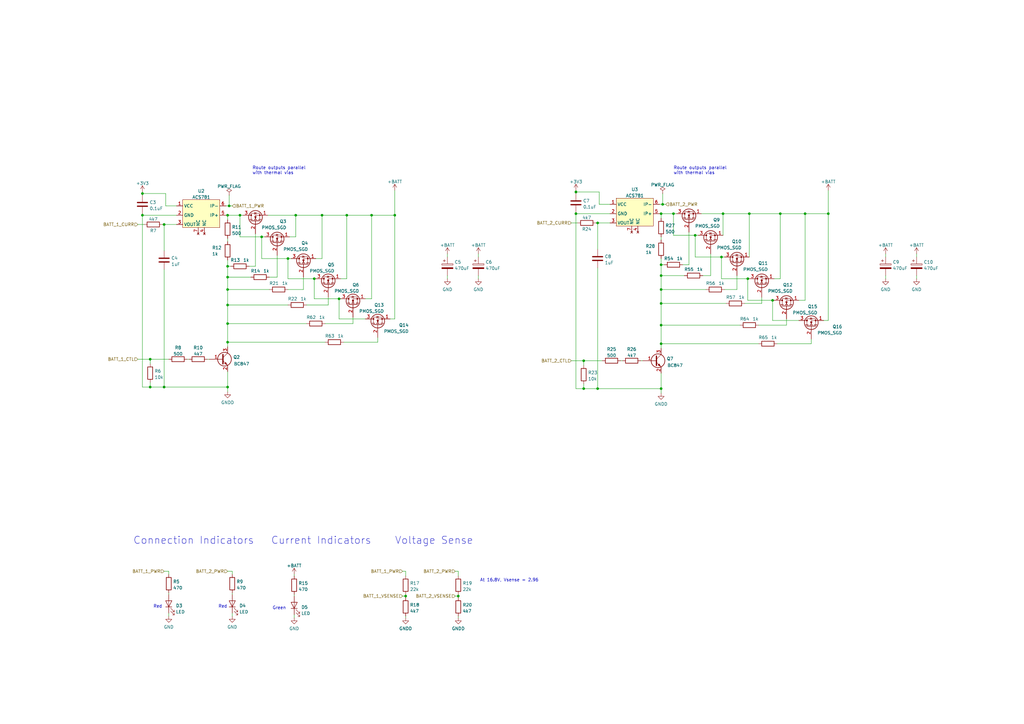
<source format=kicad_sch>
(kicad_sch (version 20211123) (generator eeschema)
  (paper "A3")
  (lib_symbols
    (symbol "0.power-symbols:+3.3V" (power) (pin_names (offset 0))
      (property "Value" "+3.3V" (at 0 3.556 0))
      (symbol "+3.3V_0_1"
        (polyline (pts (xy -0.762 1.27) (xy 0 2.54)))
        (polyline (pts (xy 0 0) (xy 0 2.54)))
        (polyline (pts (xy 0 2.54) (xy 0.762 1.27)))
      )
      (symbol "+3.3V_1_1"
        (pin power_in line (at 0 0 90) (length 0) hide (name "+3V3") (number "1"))
      )
    )
    (symbol "0.power-symbols:+BATT" (power) (pin_names (offset 0))
      (property "Value" "+BATT" (at 0 3.556 0))
      (symbol "+BATT_0_1"
        (polyline (pts (xy -0.762 1.27) (xy 0 2.54)))
        (polyline (pts (xy 0 0) (xy 0 2.54)))
        (polyline (pts (xy 0 2.54) (xy 0.762 1.27)))
      )
      (symbol "+BATT_1_1"
        (pin power_in line (at 0 0 90) (length 0) hide (name "+BATT") (number "1"))
      )
    )
    (symbol "0.power-symbols:GND" (power) (pin_names (offset 0))
      (property "Value" "GND" (at 0 -3.81 0))
      (symbol "GND_0_1"
        (polyline (pts (xy 0 0) (xy 0 -1.27) (xy 1.27 -1.27) (xy 0 -2.54) (xy -1.27 -1.27) (xy 0 -1.27)))
      )
      (symbol "GND_1_1"
        (pin power_in line (at 0 0 270) (length 0) hide (name "GND") (number "1"))
      )
    )
    (symbol "0.power-symbols:GNDD" (power) (pin_names (offset 0))
      (property "Value" "GNDD" (at 0 -3.81 0))
      (symbol "GNDD_0_1"
        (polyline (pts (xy 0 0) (xy 0 -1.27) (xy 1.27 -1.27) (xy 0 -2.54) (xy -1.27 -1.27) (xy 0 -1.27)))
      )
      (symbol "GNDD_1_1"
        (pin power_in line (at 0 0 270) (length 0) hide (name "GNDD") (number "1"))
      )
    )
    (symbol "0.power-symbols:PWR_FLAG" (power) (pin_numbers hide) (pin_names (offset 0) hide)
      (property "Value" "PWR_FLAG" (at 0 3.81 0))
      (symbol "PWR_FLAG_0_0"
        (pin power_out line (at 0 0 90) (length 0) (name "pwr") (number "1"))
      )
      (symbol "PWR_FLAG_0_1"
        (polyline (pts (xy 0 0) (xy 0 1.27) (xy -1.016 1.905) (xy 0 2.54) (xy 1.016 1.905) (xy 0 1.27)))
      )
    )
    (symbol "1.semi.discrete:BC847" (pin_names (offset 0) hide)
      (property "Reference" "Q" (at 5.08 1.27 0))
      (property "Value" "BC847" (at 5.08 -1.27 0))
      (symbol "BC847_0_1"
        (polyline (pts (xy 0.635 0.635) (xy 2.54 2.54)))
        (polyline (pts (xy 0.635 -0.635) (xy 2.54 -2.54) (xy 2.54 -2.54)))
        (polyline (pts (xy 0.635 1.905) (xy 0.635 -1.905) (xy 0.635 -1.905)) (stroke (width 0.508)))
        (polyline (pts (xy 1.27 -1.778) (xy 1.778 -1.27) (xy 2.286 -2.286) (xy 1.27 -1.778) (xy 1.27 -1.778)) (fill (type outline)))
        (circle (center 1.27 0) (radius 2.8194) (stroke (width 0.254)))
      )
      (symbol "BC847_1_1"
        (pin input line (at -5.08 0 0) (length 5.715) (name "B") (number "1"))
        (pin passive line (at 2.54 -5.08 90) (length 2.54) (name "E") (number "2"))
        (pin passive line (at 2.54 5.08 270) (length 2.54) (name "C") (number "3"))
      )
    )
    (symbol "1.semi.discrete:Q_NMOS_SGD" (pin_names (offset 0) hide)
      (property "Reference" "Q" (at 5.08 1.27 0))
      (property "Value" "Q_NMOS_SGD" (at 5.08 -1.27 0))
      (symbol "Q_NMOS_SGD_0_1"
        (polyline (pts (xy 0.0508 0) (xy 0.254 0)))
        (polyline (pts (xy 0.762 -1.778) (xy 2.54 -1.778)))
        (polyline (pts (xy 0.762 -1.27) (xy 0.762 -2.286)) (stroke (width 0.254)))
        (polyline (pts (xy 0.762 0) (xy 2.54 0)))
        (polyline (pts (xy 0.762 0.508) (xy 0.762 -0.508)) (stroke (width 0.254)))
        (polyline (pts (xy 0.762 1.778) (xy 2.54 1.778)))
        (polyline (pts (xy 0.762 2.286) (xy 0.762 1.27)) (stroke (width 0.254)))
        (polyline (pts (xy 2.54 -1.778) (xy 2.54 -2.54)))
        (polyline (pts (xy 2.54 -1.778) (xy 2.54 0)))
        (polyline (pts (xy 2.54 2.54) (xy 2.54 1.778)))
        (polyline (pts (xy 0.254 1.905) (xy 0.254 -1.905) (xy 0.254 -1.905)) (stroke (width 0.254)))
        (polyline (pts (xy 1.016 0) (xy 2.032 0.381) (xy 2.032 -0.381) (xy 1.016 0)) (fill (type outline)))
        (polyline (pts (xy 2.54 -1.778) (xy 3.302 -1.778) (xy 3.302 1.778) (xy 2.54 1.778)))
        (polyline (pts (xy 2.794 0.508) (xy 2.921 0.381) (xy 3.683 0.381) (xy 3.81 0.254)))
        (polyline (pts (xy 3.302 0.381) (xy 2.921 -0.254) (xy 3.683 -0.254) (xy 3.302 0.381)))
        (circle (center 1.651 0) (radius 2.8194) (stroke (width 0.254)))
        (circle (center 2.54 -1.778) (radius 0.2794) (fill (type outline)))
        (circle (center 2.54 1.778) (radius 0.2794) (fill (type outline)))
      )
      (symbol "Q_NMOS_SGD_1_1"
        (pin passive line (at 2.54 -5.08 90) (length 2.54) (name "S") (number "1"))
        (pin input line (at -5.08 0 0) (length 5.08) (name "G") (number "2"))
        (pin passive line (at 2.54 5.08 270) (length 2.54) (name "D") (number "3"))
      )
    )
    (symbol "1.semi.opto:LED" (pin_numbers hide) (pin_names (offset 1.016) hide)
      (property "Reference" "D" (at 0 2.54 0))
      (property "Value" "LED" (at 0 -2.54 0))
      (symbol "LED_0_1"
        (polyline (pts (xy -1.27 -1.27) (xy -1.27 1.27)) (stroke (width 0.2032)))
        (polyline (pts (xy -1.27 0) (xy 1.27 0)))
        (polyline (pts (xy 1.27 -1.27) (xy 1.27 1.27) (xy -1.27 0) (xy 1.27 -1.27)) (stroke (width 0.2032)))
        (polyline (pts (xy -3.048 -0.762) (xy -4.572 -2.286) (xy -3.81 -2.286) (xy -4.572 -2.286) (xy -4.572 -1.524)))
        (polyline (pts (xy -1.778 -0.762) (xy -3.302 -2.286) (xy -2.54 -2.286) (xy -3.302 -2.286) (xy -3.302 -1.524)))
      )
      (symbol "LED_1_1"
        (pin passive line (at -3.81 0 0) (length 2.54) (name "K") (number "1"))
        (pin passive line (at 3.81 0 180) (length 2.54) (name "A") (number "2"))
      )
    )
    (symbol "2.passive:C" (pin_numbers hide) (pin_names (offset 0.254))
      (property "Reference" "C" (at 0.635 2.54 0))
      (property "Value" "C" (at 0.635 -2.54 0))
      (symbol "C_0_1"
        (polyline (pts (xy -2.032 -0.762) (xy 2.032 -0.762)) (stroke (width 0.508)))
        (polyline (pts (xy -2.032 0.762) (xy 2.032 0.762)) (stroke (width 0.508)))
      )
      (symbol "C_1_1"
        (pin passive line (at 0 3.81 270) (length 2.794) (name "~") (number "1"))
        (pin passive line (at 0 -3.81 90) (length 2.794) (name "~") (number "2"))
      )
    )
    (symbol "2.passive:CP" (pin_numbers hide) (pin_names (offset 0.254))
      (property "Reference" "C" (at 0.635 2.54 0))
      (property "Value" "CP" (at 0.635 -2.54 0))
      (symbol "CP_0_1"
        (rectangle (start -2.286 0.508) (end 2.286 1.016))
        (polyline (pts (xy -1.778 2.286) (xy -0.762 2.286)))
        (polyline (pts (xy -1.27 2.794) (xy -1.27 1.778)))
        (rectangle (start 2.286 -0.508) (end -2.286 -1.016) (fill (type outline)))
      )
      (symbol "CP_1_1"
        (pin passive line (at 0 3.81 270) (length 2.794) (name "~") (number "1"))
        (pin passive line (at 0 -3.81 90) (length 2.794) (name "~") (number "2"))
      )
    )
    (symbol "2.passive:R" (pin_numbers hide) (pin_names (offset 0))
      (property "Reference" "R" (at 2.032 0 90))
      (property "Value" "R" (at 0 0 90))
      (symbol "R_0_1"
        (rectangle (start -1.016 -2.54) (end 1.016 2.54) (stroke (width 0.254)))
      )
      (symbol "R_1_1"
        (pin passive line (at 0 3.81 270) (length 1.27) (name "~") (number "1"))
        (pin passive line (at 0 -3.81 90) (length 1.27) (name "~") (number "2"))
      )
    )
    (symbol "ACS781_1"
      (property "Reference" "U" (at 0 3.81 0))
      (property "Value" "ACS781_1" (at 0 1.27 0))
      (symbol "ACS781_1_0_1"
        (rectangle (start -7.62 0) (end 7.62 -11.43) (fill (type background)))
      )
      (symbol "ACS781_1_1_1"
        (pin power_in line (at -10.16 -2.54 0) (length 2.54) (name "VCC") (number "1"))
        (pin power_in line (at -10.16 -6.35 0) (length 2.54) (name "GND") (number "2"))
        (pin passive line (at -10.16 -10.16 0) (length 2.54) (name "VOUT") (number "3"))
        (pin no_connect line (at 1.27 -13.97 90) (length 2.54) (name "NC") (number "4"))
        (pin power_out line (at 10.16 -6.35 180) (length 2.54) (name "IP+") (number "5"))
        (pin power_in line (at 10.16 -2.54 180) (length 2.54) (name "IP-") (number "6"))
        (pin no_connect line (at -1.27 -13.97 90) (length 2.54) (name "NC") (number "7"))
      )
    )
  )
  (junction (at 121.285 88.265))
  (junction (at 271.145 140.97))
  (junction (at 307.34 87.63))
  (junction (at 236.22 78.74))
  (junction (at 58.42 79.375))
  (junction (at 296.545 87.63))
  (junction (at 271.145 87.63))
  (junction (at 320.04 87.63))
  (junction (at 58.42 88.265))
  (junction (at 67.31 158.75))
  (junction (at 107.315 97.155))
  (junction (at 187.96 244.475))
  (junction (at 271.145 108.585))
  (junction (at 128.905 114.3))
  (junction (at 330.2 87.63))
  (junction (at 93.345 113.665))
  (junction (at 132.08 88.265))
  (junction (at 245.11 91.44))
  (junction (at 152.4 88.265))
  (junction (at 98.425 88.265))
  (junction (at 93.345 118.745))
  (junction (at 271.145 124.46))
  (junction (at 118.11 106.045))
  (junction (at 271.145 113.03))
  (junction (at 166.37 244.475))
  (junction (at 93.345 109.22))
  (junction (at 271.145 159.385))
  (junction (at 316.865 123.19))
  (junction (at 306.705 114.3))
  (junction (at 161.925 88.265))
  (junction (at 93.345 88.265))
  (junction (at 61.595 147.32))
  (junction (at 276.225 87.63))
  (junction (at 139.065 122.555))
  (junction (at 239.395 159.385))
  (junction (at 245.11 159.385))
  (junction (at 93.345 140.335))
  (junction (at 67.31 92.075))
  (junction (at 271.145 133.35))
  (junction (at 93.98 84.455))
  (junction (at 295.91 105.41))
  (junction (at 61.595 158.75))
  (junction (at 285.115 96.52))
  (junction (at 339.725 87.63))
  (junction (at 93.345 125.095))
  (junction (at 239.395 147.955))
  (junction (at 142.24 88.265))
  (junction (at 271.78 83.82))
  (junction (at 93.345 158.75))
  (junction (at 93.345 132.715))
  (junction (at 271.145 118.745))
  (junction (at 236.22 87.63))
  (wire (pts (xy 187.96 243.84) (xy 187.96 244.475)))
  (wire (pts (xy 93.345 106.68) (xy 93.345 109.22)))
  (wire (pts (xy 245.745 78.74) (xy 236.22 78.74)))
  (wire (pts (xy 282.575 108.585) (xy 282.575 95.25)))
  (wire (pts (xy 92.71 84.455) (xy 93.98 84.455)))
  (wire (pts (xy 124.46 113.665) (xy 124.46 118.745)))
  (wire (pts (xy 93.345 158.75) (xy 93.345 160.655)))
  (wire (pts (xy 69.215 243.205) (xy 69.215 243.84)))
  (wire (pts (xy 311.15 133.35) (xy 322.58 133.35)))
  (wire (pts (xy 107.315 97.155) (xy 108.585 97.155)))
  (wire (pts (xy 316.865 123.19) (xy 316.865 131.445)))
  (wire (pts (xy 280.035 108.585) (xy 282.575 108.585)))
  (wire (pts (xy 132.08 88.265) (xy 142.24 88.265)))
  (wire (pts (xy 92.71 88.265) (xy 93.345 88.265)))
  (wire (pts (xy 330.2 87.63) (xy 320.04 87.63)))
  (wire (pts (xy 239.395 147.955) (xy 247.015 147.955)))
  (wire (pts (xy 234.315 147.955) (xy 239.395 147.955)))
  (wire (pts (xy 58.42 79.375) (xy 58.42 80.01)))
  (wire (pts (xy 271.145 97.155) (xy 271.145 98.425)))
  (wire (pts (xy 262.89 147.955) (xy 263.525 147.955)))
  (wire (pts (xy 152.4 88.265) (xy 142.24 88.265)))
  (wire (pts (xy 337.82 131.445) (xy 339.725 131.445)))
  (wire (pts (xy 307.34 87.63) (xy 320.04 87.63)))
  (wire (pts (xy 58.42 87.63) (xy 58.42 88.265)))
  (wire (pts (xy 128.905 122.555) (xy 128.905 114.3)))
  (wire (pts (xy 69.215 234.315) (xy 67.31 234.315)))
  (wire (pts (xy 93.345 118.745) (xy 110.49 118.745)))
  (wire (pts (xy 120.65 243.84) (xy 120.65 244.475)))
  (wire (pts (xy 58.42 158.75) (xy 61.595 158.75)))
  (wire (pts (xy 271.145 87.63) (xy 271.145 89.535)))
  (wire (pts (xy 139.065 122.555) (xy 128.905 122.555)))
  (wire (pts (xy 149.86 122.555) (xy 152.4 122.555)))
  (wire (pts (xy 296.545 87.63) (xy 307.34 87.63)))
  (wire (pts (xy 245.11 91.44) (xy 245.11 102.235)))
  (wire (pts (xy 166.37 243.84) (xy 166.37 244.475)))
  (wire (pts (xy 183.515 113.03) (xy 183.515 114.3)))
  (wire (pts (xy 67.31 110.49) (xy 67.31 158.75)))
  (wire (pts (xy 271.145 140.97) (xy 271.145 142.875)))
  (wire (pts (xy 142.24 114.3) (xy 142.24 88.265)))
  (wire (pts (xy 128.905 114.3) (xy 129.54 114.3)))
  (wire (pts (xy 69.215 251.46) (xy 69.215 252.73)))
  (wire (pts (xy 236.22 87.63) (xy 250.19 87.63)))
  (wire (pts (xy 67.945 79.375) (xy 67.945 84.455)))
  (wire (pts (xy 67.945 79.375) (xy 58.42 79.375)))
  (wire (pts (xy 118.11 106.045) (xy 107.315 106.045)))
  (wire (pts (xy 271.145 124.46) (xy 297.815 124.46)))
  (wire (pts (xy 245.11 159.385) (xy 271.145 159.385)))
  (wire (pts (xy 107.315 97.155) (xy 98.425 97.155)))
  (wire (pts (xy 133.35 132.715) (xy 144.78 132.715)))
  (wire (pts (xy 85.09 147.32) (xy 85.725 147.32)))
  (wire (pts (xy 239.395 157.48) (xy 239.395 159.385)))
  (wire (pts (xy 183.515 104.14) (xy 183.515 105.41)))
  (wire (pts (xy 375.92 113.03) (xy 375.92 114.3)))
  (wire (pts (xy 102.235 109.22) (xy 104.775 109.22)))
  (wire (pts (xy 139.7 114.3) (xy 142.24 114.3)))
  (wire (pts (xy 93.345 125.095) (xy 93.345 132.715)))
  (wire (pts (xy 312.42 124.46) (xy 305.435 124.46)))
  (wire (pts (xy 152.4 122.555) (xy 152.4 88.265)))
  (wire (pts (xy 161.925 78.105) (xy 161.925 88.265)))
  (wire (pts (xy 297.18 105.41) (xy 295.91 105.41)))
  (wire (pts (xy 271.145 108.585) (xy 271.145 113.03)))
  (wire (pts (xy 339.725 87.63) (xy 330.2 87.63)))
  (wire (pts (xy 119.38 106.045) (xy 118.11 106.045)))
  (wire (pts (xy 302.26 113.03) (xy 302.26 118.745)))
  (wire (pts (xy 307.34 114.3) (xy 306.705 114.3)))
  (wire (pts (xy 98.425 88.265) (xy 99.695 88.265)))
  (wire (pts (xy 187.96 244.475) (xy 187.96 245.11)))
  (wire (pts (xy 271.145 113.03) (xy 271.145 118.745)))
  (wire (pts (xy 363.22 113.03) (xy 363.22 114.3)))
  (wire (pts (xy 61.595 147.32) (xy 61.595 149.225)))
  (wire (pts (xy 132.08 88.265) (xy 132.08 106.045)))
  (wire (pts (xy 93.345 88.265) (xy 98.425 88.265)))
  (wire (pts (xy 58.42 88.265) (xy 58.42 158.75)))
  (wire (pts (xy 285.115 96.52) (xy 276.225 96.52)))
  (wire (pts (xy 271.145 108.585) (xy 272.415 108.585)))
  (wire (pts (xy 271.145 153.035) (xy 271.145 159.385)))
  (wire (pts (xy 95.25 234.315) (xy 93.345 234.315)))
  (wire (pts (xy 98.425 97.155) (xy 98.425 88.265)))
  (wire (pts (xy 120.65 252.095) (xy 120.65 253.365)))
  (wire (pts (xy 107.315 106.045) (xy 107.315 97.155)))
  (wire (pts (xy 196.215 113.03) (xy 196.215 114.3)))
  (wire (pts (xy 271.145 106.045) (xy 271.145 108.585)))
  (wire (pts (xy 121.285 88.265) (xy 132.08 88.265)))
  (wire (pts (xy 113.665 113.665) (xy 110.49 113.665)))
  (wire (pts (xy 139.7 122.555) (xy 139.065 122.555)))
  (wire (pts (xy 93.345 125.095) (xy 118.11 125.095)))
  (wire (pts (xy 295.91 105.41) (xy 285.115 105.41)))
  (wire (pts (xy 291.465 113.03) (xy 288.29 113.03)))
  (wire (pts (xy 327.66 123.19) (xy 330.2 123.19)))
  (wire (pts (xy 58.42 88.265) (xy 72.39 88.265)))
  (wire (pts (xy 161.925 130.81) (xy 161.925 88.265)))
  (wire (pts (xy 58.42 78.74) (xy 58.42 79.375)))
  (wire (pts (xy 271.145 87.63) (xy 276.225 87.63)))
  (wire (pts (xy 271.145 118.745) (xy 271.145 124.46)))
  (wire (pts (xy 196.215 104.14) (xy 196.215 105.41)))
  (wire (pts (xy 307.34 87.63) (xy 307.34 105.41)))
  (wire (pts (xy 322.58 133.35) (xy 322.58 130.81)))
  (wire (pts (xy 187.96 234.315) (xy 187.96 236.22)))
  (wire (pts (xy 160.02 130.81) (xy 161.925 130.81)))
  (wire (pts (xy 93.98 80.01) (xy 93.98 84.455)))
  (wire (pts (xy 271.78 83.82) (xy 273.05 83.82)))
  (wire (pts (xy 132.08 106.045) (xy 129.54 106.045)))
  (wire (pts (xy 134.62 121.92) (xy 134.62 125.095)))
  (wire (pts (xy 239.395 147.955) (xy 239.395 149.86)))
  (wire (pts (xy 363.22 104.14) (xy 363.22 105.41)))
  (wire (pts (xy 118.11 114.3) (xy 128.905 114.3)))
  (wire (pts (xy 375.92 104.14) (xy 375.92 105.41)))
  (wire (pts (xy 316.865 123.19) (xy 306.705 123.19)))
  (wire (pts (xy 270.51 83.82) (xy 271.78 83.82)))
  (wire (pts (xy 121.285 88.265) (xy 121.285 97.155)))
  (wire (pts (xy 93.345 140.335) (xy 93.345 142.24)))
  (wire (pts (xy 271.78 79.375) (xy 271.78 83.82)))
  (wire (pts (xy 245.745 78.74) (xy 245.745 83.82)))
  (wire (pts (xy 291.465 104.14) (xy 291.465 113.03)))
  (wire (pts (xy 245.745 83.82) (xy 250.19 83.82)))
  (wire (pts (xy 244.475 91.44) (xy 245.11 91.44)))
  (wire (pts (xy 271.145 140.97) (xy 311.15 140.97)))
  (wire (pts (xy 166.37 234.315) (xy 166.37 236.22)))
  (wire (pts (xy 118.11 114.3) (xy 118.11 106.045)))
  (wire (pts (xy 93.345 109.22) (xy 94.615 109.22)))
  (wire (pts (xy 125.73 125.095) (xy 134.62 125.095)))
  (wire (pts (xy 187.96 252.73) (xy 187.96 253.365)))
  (wire (pts (xy 154.94 140.335) (xy 154.94 138.43)))
  (wire (pts (xy 166.37 252.73) (xy 166.37 253.365)))
  (wire (pts (xy 165.1 244.475) (xy 166.37 244.475)))
  (wire (pts (xy 121.285 97.155) (xy 118.745 97.155)))
  (wire (pts (xy 254.635 147.955) (xy 255.27 147.955)))
  (wire (pts (xy 95.25 235.585) (xy 95.25 234.315)))
  (wire (pts (xy 339.725 131.445) (xy 339.725 87.63)))
  (wire (pts (xy 306.705 114.3) (xy 306.705 123.19)))
  (wire (pts (xy 93.345 140.335) (xy 133.35 140.335)))
  (wire (pts (xy 93.345 113.665) (xy 102.87 113.665)))
  (wire (pts (xy 317.5 114.3) (xy 320.04 114.3)))
  (wire (pts (xy 276.225 96.52) (xy 276.225 87.63)))
  (wire (pts (xy 118.11 118.745) (xy 124.46 118.745)))
  (wire (pts (xy 270.51 87.63) (xy 271.145 87.63)))
  (wire (pts (xy 271.145 124.46) (xy 271.145 133.35)))
  (wire (pts (xy 236.22 78.74) (xy 236.22 79.375)))
  (wire (pts (xy 93.345 113.665) (xy 93.345 118.745)))
  (wire (pts (xy 56.515 147.32) (xy 61.595 147.32)))
  (wire (pts (xy 166.37 244.475) (xy 166.37 245.11)))
  (wire (pts (xy 236.22 87.63) (xy 236.22 159.385)))
  (wire (pts (xy 271.145 159.385) (xy 271.145 161.29)))
  (wire (pts (xy 67.31 92.075) (xy 72.39 92.075)))
  (wire (pts (xy 161.925 88.265) (xy 152.4 88.265)))
  (wire (pts (xy 69.215 235.585) (xy 69.215 234.315)))
  (wire (pts (xy 236.22 159.385) (xy 239.395 159.385)))
  (wire (pts (xy 120.65 236.22) (xy 120.65 235.585)))
  (wire (pts (xy 330.2 123.19) (xy 330.2 87.63)))
  (wire (pts (xy 236.22 86.995) (xy 236.22 87.63)))
  (wire (pts (xy 276.225 87.63) (xy 277.495 87.63)))
  (wire (pts (xy 67.31 92.075) (xy 67.31 102.87)))
  (wire (pts (xy 56.515 92.075) (xy 59.055 92.075)))
  (wire (pts (xy 285.115 105.41) (xy 285.115 96.52)))
  (wire (pts (xy 140.97 140.335) (xy 154.94 140.335)))
  (wire (pts (xy 187.96 234.315) (xy 186.69 234.315)))
  (wire (pts (xy 109.855 88.265) (xy 121.285 88.265)))
  (wire (pts (xy 95.25 243.205) (xy 95.25 243.84)))
  (wire (pts (xy 93.345 132.715) (xy 93.345 140.335)))
  (wire (pts (xy 93.345 109.22) (xy 93.345 113.665)))
  (wire (pts (xy 318.77 140.97) (xy 332.74 140.97)))
  (wire (pts (xy 295.91 114.3) (xy 295.91 105.41)))
  (wire (pts (xy 236.22 78.105) (xy 236.22 78.74)))
  (wire (pts (xy 93.345 97.79) (xy 93.345 99.06)))
  (wire (pts (xy 297.18 118.745) (xy 302.26 118.745)))
  (wire (pts (xy 245.11 91.44) (xy 250.19 91.44)))
  (wire (pts (xy 61.595 156.845) (xy 61.595 158.75)))
  (wire (pts (xy 239.395 159.385) (xy 245.11 159.385)))
  (wire (pts (xy 93.98 84.455) (xy 95.25 84.455)))
  (wire (pts (xy 271.145 118.745) (xy 289.56 118.745)))
  (wire (pts (xy 149.86 130.81) (xy 139.065 130.81)))
  (wire (pts (xy 339.725 78.105) (xy 339.725 87.63)))
  (wire (pts (xy 76.835 147.32) (xy 77.47 147.32)))
  (wire (pts (xy 327.66 131.445) (xy 316.865 131.445)))
  (wire (pts (xy 271.145 113.03) (xy 280.67 113.03)))
  (wire (pts (xy 166.37 234.315) (xy 165.1 234.315)))
  (wire (pts (xy 93.345 152.4) (xy 93.345 158.75)))
  (wire (pts (xy 317.5 123.19) (xy 316.865 123.19)))
  (wire (pts (xy 61.595 158.75) (xy 67.31 158.75)))
  (wire (pts (xy 104.775 109.22) (xy 104.775 95.885)))
  (wire (pts (xy 93.345 88.265) (xy 93.345 90.17)))
  (wire (pts (xy 271.145 133.35) (xy 271.145 140.97)))
  (wire (pts (xy 93.345 132.715) (xy 125.73 132.715)))
  (wire (pts (xy 113.665 104.775) (xy 113.665 113.665)))
  (wire (pts (xy 332.74 140.97) (xy 332.74 139.065)))
  (wire (pts (xy 320.04 114.3) (xy 320.04 87.63)))
  (wire (pts (xy 296.545 87.63) (xy 296.545 96.52)))
  (wire (pts (xy 312.42 121.92) (xy 312.42 124.46)))
  (wire (pts (xy 287.655 87.63) (xy 296.545 87.63)))
  (wire (pts (xy 67.31 158.75) (xy 93.345 158.75)))
  (wire (pts (xy 285.115 96.52) (xy 286.385 96.52)))
  (wire (pts (xy 139.065 122.555) (xy 139.065 130.81)))
  (wire (pts (xy 271.145 133.35) (xy 303.53 133.35)))
  (wire (pts (xy 95.25 251.46) (xy 95.25 252.73)))
  (wire (pts (xy 93.345 118.745) (xy 93.345 125.095)))
  (wire (pts (xy 144.78 132.715) (xy 144.78 130.175)))
  (wire (pts (xy 66.675 92.075) (xy 67.31 92.075)))
  (wire (pts (xy 186.69 244.475) (xy 187.96 244.475)))
  (wire (pts (xy 306.705 114.3) (xy 295.91 114.3)))
  (wire (pts (xy 61.595 147.32) (xy 69.215 147.32)))
  (wire (pts (xy 234.315 91.44) (xy 236.855 91.44)))
  (wire (pts (xy 245.11 109.855) (xy 245.11 159.385)))
  (wire (pts (xy 67.945 84.455) (xy 72.39 84.455)))
  (text "Connection Indicators\n" (at 54.61 223.52 0) (effects (font (size 3 3)) (justify left bottom)))
  (text "Red" (at 62.865 249.555 0) (effects (font (size 1.27 1.27)) (justify left bottom)))
  (text "Route outputs parallel\nwith thermal vias" (at 276.225 71.755 0) (effects (font (size 1.27 1.27)) (justify left bottom)))
  (text "Voltage Sense" (at 161.925 223.52 0) (effects (font (size 3 3)) (justify left bottom)))
  (text "Green\n" (at 111.76 250.19 0) (effects (font (size 1.27 1.27)) (justify left bottom)))
  (text "Current Indicators\n" (at 111.125 223.52 0) (effects (font (size 3 3)) (justify left bottom)))
  (text "Red" (at 89.535 249.555 0) (effects (font (size 1.27 1.27)) (justify left bottom)))
  (text "Route outputs parallel\nwith thermal vias" (at 103.505 71.755 0) (effects (font (size 1.27 1.27)) (justify left bottom)))
  (text "At 16.8V, Vsense = 2.96\n" (at 196.85 238.76 0) (effects (font (size 1.27 1.27)) (justify left bottom)))
  (hierarchical_label "BATT_2_PWR" (shape input) (at 186.69 234.315 180))
  (hierarchical_label "BATT_2_VSENSE" (shape input) (at 186.69 244.475 180))
  (hierarchical_label "BATT_2_CURR" (shape input) (at 234.315 91.44 180))
  (hierarchical_label "BATT_2_CTL" (shape input) (at 234.315 147.955 180))
  (hierarchical_label "BATT_1_VSENSE" (shape input) (at 165.1 244.475 180))
  (hierarchical_label "BATT_1_PWR" (shape input) (at 165.1 234.315 180))
  (hierarchical_label "BATT_2_PWR" (shape input) (at 93.345 234.315 180))
  (hierarchical_label "BATT_1_CURR" (shape input) (at 56.515 92.075 180))
  (hierarchical_label "BATT_1_CTL" (shape input) (at 56.515 147.32 180))
  (hierarchical_label "BATT_2_PWR" (shape input) (at 273.05 83.82 0))
  (hierarchical_label "BATT_1_PWR" (shape input) (at 67.31 234.315 180))
  (hierarchical_label "BATT_1_PWR" (shape input) (at 95.25 84.455 0))
  (symbol (lib_id "2.passive:R") (at 187.96 248.92 0) (unit 1)
    (property "Reference" "R20" (at 189.738 248.0853 0) (effects (justify left)))
    (property "Value" "4k7" (at 189.738 250.6222 0) (effects (justify left)))
    (property "Footprint" "2_Passives_Resistors_SMD_IPC:R_1608_603_B" (effects hide))
  )
  (symbol (lib_id "1.semi.discrete:Q_NMOS_SGD") (at 322.58 125.73 90) (unit 1)
    (property "Reference" "Q15" (at 335.28 125.73 90) (effects (justify left)))
    (property "Value" "PMOS_SGD" (at 335.28 128.2669 90) (effects (justify left)))
    (property "Footprint" "1_Semi_TO_SOT:VDFN-8" (effects hide))
    (property "Datasheet" "https://www.ti.com/lit/ds/symlink/csd25404q3.pdf?HQS=dis-dk-null-digikeymode-dsf-pf-null-wwe&ts=1673399419393&ref_url=https%253A%252F%252Fwww.ti.com%252Fgeneral%252Fdocs%252Fsuppproductinfo.tsp%253FdistId%253D10%2526gotoUrl%253Dhttps%253A%252F%252Fwww.ti.com%252Flit%252Fgpn%252Fcsd25404q3" (effects hide))
  )
  (symbol (lib_id "0.power-symbols:+BATT") (at 363.22 104.14 0) (unit 1)
    (property "Reference" "#PWR041" (effects hide))
    (property "Value" "+BATT" (at 363.22 100.5642 0))
  )
  (symbol (lib_id "1.semi.discrete:BC847") (at 268.605 147.955 0) (unit 1)
    (property "Reference" "Q7" (at 273.4564 147.1203 0) (effects (justify left)))
    (property "Value" "BC847" (at 273.685 149.86 0) (effects (justify left)))
    (property "Footprint" "1_Semi_TO_SOT:SOT-23" (effects hide))
    (property "PN" "400,000,003" (effects hide))
  )
  (symbol (lib_id "2.passive:R") (at 240.665 91.44 90) (unit 1)
    (property "Reference" "R24" (at 240.665 93.98 90))
    (property "Value" "4k7" (at 240.665 89.2611 90))
    (property "Footprint" "2_Passives_Resistors_SMD_IPC:R_1608_603_B" (effects hide))
  )
  (symbol (lib_id "1.semi.discrete:Q_NMOS_SGD") (at 291.465 99.06 90) (unit 1)
    (property "Reference" "Q10" (at 304.165 99.06 90) (effects (justify left)))
    (property "Value" "PMOS_SGD" (at 304.165 101.5969 90) (effects (justify left)))
    (property "Footprint" "1_Semi_TO_SOT:VDFN-8" (effects hide))
    (property "Datasheet" "https://www.ti.com/lit/ds/symlink/csd25404q3.pdf?HQS=dis-dk-null-digikeymode-dsf-pf-null-wwe&ts=1673399419393&ref_url=https%253A%252F%252Fwww.ti.com%252Fgeneral%252Fdocs%252Fsuppproductinfo.tsp%253FdistId%253D10%2526gotoUrl%253Dhttps%253A%252F%252Fwww.ti.com%252Flit%252Fgpn%252Fcsd25404q3" (effects hide))
  )
  (symbol (lib_id "2.passive:R") (at 259.08 147.955 270) (unit 1)
    (property "Reference" "R26" (at 259.08 143.2392 90))
    (property "Value" "4k7" (at 259.08 145.7761 90))
    (property "Footprint" "2_Passives_Resistors_SMD_IPC:R_1608_603_B" (effects hide))
  )
  (symbol (lib_id "2.passive:R") (at 121.92 125.095 270) (unit 1)
    (property "Reference" "R22" (at 120.015 122.555 90))
    (property "Value" "1k" (at 124.46 122.555 90))
    (property "Footprint" "2_Passives_Resistors_SMD_IPC:R_1608_603_B" (effects hide))
  )
  (symbol (lib_id "2.passive:R") (at 62.865 92.075 90) (unit 1)
    (property "Reference" "R7" (at 62.865 94.615 90))
    (property "Value" "4k7" (at 62.865 89.8961 90))
    (property "Footprint" "2_Passives_Resistors_SMD_IPC:R_1608_603_B" (effects hide))
  )
  (symbol (lib_id "1.semi.opto:LED") (at 69.215 247.65 90) (unit 1)
    (property "Reference" "D3" (at 72.136 248.4155 90) (effects (justify right)))
    (property "Value" "LED" (at 72.136 250.9524 90) (effects (justify right)))
    (property "Footprint" "1_Semi_Discrete_Diodes_SMD:D_0603" (effects hide))
  )
  (symbol (lib_id "2.passive:C") (at 67.31 106.68 180) (unit 1)
    (property "Reference" "C4" (at 70.231 105.8453 0) (effects (justify right)))
    (property "Value" "1uF" (at 70.231 108.3822 0) (effects (justify right)))
    (property "Footprint" "2_Passives_Capacitors_SMD_IPC:C_1608_603_B" (effects hide))
  )
  (symbol (lib_id "0.power-symbols:PWR_FLAG") (at 271.78 79.375 0) (unit 1)
    (property "Reference" "#FLG07" (effects hide))
    (property "Value" "PWR_FLAG" (at 271.78 75.7992 0))
  )
  (symbol (lib_id "2.passive:R") (at 239.395 153.67 180) (unit 1)
    (property "Reference" "R23" (at 241.173 152.8353 0) (effects (justify right)))
    (property "Value" "10k" (at 241.173 155.3722 0) (effects (justify right)))
    (property "Footprint" "2_Passives_Resistors_SMD_IPC:R_1608_603_B" (effects hide))
  )
  (symbol (lib_id "2.passive:R") (at 314.96 140.97 270) (unit 1)
    (property "Reference" "R65" (at 313.055 138.43 90))
    (property "Value" "1k" (at 317.5 138.43 90))
    (property "Footprint" "2_Passives_Resistors_SMD_IPC:R_1608_603_B" (effects hide))
  )
  (symbol (lib_id "2.passive:R") (at 293.37 118.745 270) (unit 1)
    (property "Reference" "R56" (at 291.465 116.205 90))
    (property "Value" "1k" (at 295.91 116.205 90))
    (property "Footprint" "2_Passives_Resistors_SMD_IPC:R_1608_603_B" (effects hide))
  )
  (symbol (lib_id "2.passive:R") (at 301.625 124.46 270) (unit 1)
    (property "Reference" "R57" (at 299.72 121.92 90))
    (property "Value" "1k" (at 304.165 121.92 90))
    (property "Footprint" "2_Passives_Resistors_SMD_IPC:R_1608_603_B" (effects hide))
  )
  (symbol (lib_id "2.passive:R") (at 98.425 109.22 270) (unit 1)
    (property "Reference" "R13" (at 96.52 106.68 90))
    (property "Value" "1k" (at 100.965 106.68 90))
    (property "Footprint" "2_Passives_Resistors_SMD_IPC:R_1608_603_B" (effects hide))
  )
  (symbol (lib_id "0.power-symbols:GNDD") (at 166.37 253.365 0) (unit 1)
    (property "Reference" "#PWR034" (effects hide))
    (property "Value" "GNDD" (at 166.37 257.8084 0))
  )
  (symbol (lib_id "0.power-symbols:GNDD") (at 271.145 161.29 0) (unit 1)
    (property "Reference" "#PWR039" (effects hide))
    (property "Value" "GNDD" (at 271.145 165.7334 0))
  )
  (symbol (lib_id "2.passive:CP") (at 363.22 109.22 0) (unit 1)
    (property "Reference" "C9" (at 366.141 107.4963 0) (effects (justify left)))
    (property "Value" "470uF" (at 366.141 110.0332 0) (effects (justify left)))
    (property "Footprint" "0_misc:THT_470uF_Cap" (effects hide))
    (property "Datasheet" "https://api.kemet.com/component-edge/download/datasheet/ESK477M025AH1AA.pdf" (effects hide))
  )
  (symbol (lib_id "2.passive:R") (at 81.28 147.32 270) (unit 1)
    (property "Reference" "R10" (at 81.28 142.6042 90))
    (property "Value" "4k7" (at 81.28 145.1411 90))
    (property "Footprint" "2_Passives_Resistors_SMD_IPC:R_1608_603_B" (effects hide))
  )
  (symbol (lib_id "2.passive:R") (at 166.37 248.92 0) (unit 1)
    (property "Reference" "R18" (at 168.148 248.0853 0) (effects (justify left)))
    (property "Value" "4k7" (at 168.148 250.6222 0) (effects (justify left)))
    (property "Footprint" "2_Passives_Resistors_SMD_IPC:R_1608_603_B" (effects hide))
  )
  (symbol (lib_id "1.semi.discrete:BC847") (at 90.805 147.32 0) (unit 1)
    (property "Reference" "Q2" (at 95.6564 146.4853 0) (effects (justify left)))
    (property "Value" "BC847" (at 95.885 149.225 0) (effects (justify left)))
    (property "Footprint" "1_Semi_TO_SOT:SOT-23" (effects hide))
    (property "PN" "400,000,003" (effects hide))
  )
  (symbol (lib_id "1.semi.opto:LED") (at 95.25 247.65 90) (unit 1)
    (property "Reference" "D4" (at 98.171 248.4155 90) (effects (justify right)))
    (property "Value" "LED" (at 98.171 250.9524 90) (effects (justify right)))
    (property "Footprint" "1_Semi_Discrete_Diodes_SMD:D_0603" (effects hide))
  )
  (symbol (lib_id "0.power-symbols:PWR_FLAG") (at 93.98 80.01 0) (unit 1)
    (property "Reference" "#FLG0102" (effects hide))
    (property "Value" "PWR_FLAG" (at 93.98 76.4342 0))
  )
  (symbol (lib_id "0.power-symbols:GND") (at 363.22 114.3 0) (unit 1)
    (property "Reference" "#PWR042" (effects hide))
    (property "Value" "GND" (at 363.22 118.7434 0))
  )
  (symbol (lib_id "2.passive:CP") (at 196.215 109.22 0) (unit 1)
    (property "Reference" "C6" (at 199.136 107.4963 0) (effects (justify left)))
    (property "Value" "470uF" (at 199.136 110.0332 0) (effects (justify left)))
    (property "Footprint" "0_misc:THT_470uF_Cap" (effects hide))
    (property "Datasheet" "https://api.kemet.com/component-edge/download/datasheet/ESK477M025AH1AA.pdf" (effects hide))
  )
  (symbol (lib_id "1.semi.discrete:Q_NMOS_SGD") (at 332.74 133.985 90) (unit 1)
    (property "Reference" "Q16" (at 345.44 133.985 90) (effects (justify left)))
    (property "Value" "PMOS_SGD" (at 345.44 136.5219 90) (effects (justify left)))
    (property "Footprint" "1_Semi_TO_SOT:VDFN-8" (effects hide))
    (property "Datasheet" "https://www.ti.com/lit/ds/symlink/csd25404q3.pdf?HQS=dis-dk-null-digikeymode-dsf-pf-null-wwe&ts=1673399419393&ref_url=https%253A%252F%252Fwww.ti.com%252Fgeneral%252Fdocs%252Fsuppproductinfo.tsp%253FdistId%253D10%2526gotoUrl%253Dhttps%253A%252F%252Fwww.ti.com%252Flit%252Fgpn%252Fcsd25404q3" (effects hide))
  )
  (symbol (lib_id "2.passive:CP") (at 375.92 109.22 0) (unit 1)
    (property "Reference" "C10" (at 378.841 107.4963 0) (effects (justify left)))
    (property "Value" "470uF" (at 378.841 110.0332 0) (effects (justify left)))
    (property "Footprint" "0_misc:THT_470uF_Cap" (effects hide))
    (property "Datasheet" "https://api.kemet.com/component-edge/download/datasheet/ESK477M025AH1AA.pdf" (effects hide))
  )
  (symbol (lib_id "1.semi.discrete:Q_NMOS_SGD") (at 104.775 90.805 90) (unit 1)
    (property "Reference" "Q3" (at 117.475 90.8081 90) (effects (justify left)))
    (property "Value" "PMOS_SGD" (at 117.475 93.345 90) (effects (justify left)))
    (property "Footprint" "1_Semi_TO_SOT:VDFN-8" (effects hide))
    (property "Datasheet" "https://www.ti.com/lit/ds/symlink/csd25404q3.pdf?HQS=dis-dk-null-digikeymode-dsf-pf-null-wwe&ts=1673399419393&ref_url=https%253A%252F%252Fwww.ti.com%252Fgeneral%252Fdocs%252Fsuppproductinfo.tsp%253FdistId%253D10%2526gotoUrl%253Dhttps%253A%252F%252Fwww.ti.com%252Flit%252Fgpn%252Fcsd25404q3" (effects hide))
  )
  (symbol (lib_id "2.passive:R") (at 187.96 240.03 0) (unit 1)
    (property "Reference" "R19" (at 189.738 239.1953 0) (effects (justify left)))
    (property "Value" "22k" (at 189.738 241.7322 0) (effects (justify left)))
    (property "Footprint" "2_Passives_Resistors_SMD_IPC:R_1608_603_B" (effects hide))
  )
  (symbol (lib_id "2.passive:R") (at 166.37 240.03 0) (unit 1)
    (property "Reference" "R17" (at 168.148 239.1953 0) (effects (justify left)))
    (property "Value" "22k" (at 168.148 241.7322 0) (effects (justify left)))
    (property "Footprint" "2_Passives_Resistors_SMD_IPC:R_1608_603_B" (effects hide))
  )
  (symbol (lib_id "0.power-symbols:GND") (at 95.25 252.73 0) (unit 1)
    (property "Reference" "#PWR025" (effects hide))
    (property "Value" "GND" (at 95.25 257.1734 0))
  )
  (symbol (lib_name "ACS781_1") (lib_id "1.semi.ic.sensor:ACS781") (at 82.55 81.915 0) (unit 1)
    (property "Reference" "U2" (at 82.55 78.3422 0))
    (property "Value" "ACS781" (at 82.55 80.8791 0))
    (property "Footprint" "1_Semi_TO_SOT:7-LR-PSOF" (effects hide))
  )
  (symbol (lib_id "1.semi.discrete:Q_NMOS_SGD") (at 124.46 108.585 90) (unit 1)
    (property "Reference" "Q5" (at 137.16 108.585 90) (effects (justify left)))
    (property "Value" "PMOS_SGD" (at 137.16 111.1219 90) (effects (justify left)))
    (property "Footprint" "1_Semi_TO_SOT:VDFN-8" (effects hide))
    (property "Datasheet" "https://www.ti.com/lit/ds/symlink/csd25404q3.pdf?HQS=dis-dk-null-digikeymode-dsf-pf-null-wwe&ts=1673399419393&ref_url=https%253A%252F%252Fwww.ti.com%252Fgeneral%252Fdocs%252Fsuppproductinfo.tsp%253FdistId%253D10%2526gotoUrl%253Dhttps%253A%252F%252Fwww.ti.com%252Flit%252Fgpn%252Fcsd25404q3" (effects hide))
  )
  (symbol (lib_id "0.power-symbols:+BATT") (at 183.515 104.14 0) (unit 1)
    (property "Reference" "#PWR032" (effects hide))
    (property "Value" "+BATT" (at 183.515 100.5642 0))
  )
  (symbol (lib_id "1.semi.discrete:Q_NMOS_SGD") (at 154.94 133.35 90) (unit 1)
    (property "Reference" "Q14" (at 167.64 133.35 90) (effects (justify left)))
    (property "Value" "PMOS_SGD" (at 167.64 135.8869 90) (effects (justify left)))
    (property "Footprint" "1_Semi_TO_SOT:VDFN-8" (effects hide))
    (property "Datasheet" "https://www.ti.com/lit/ds/symlink/csd25404q3.pdf?HQS=dis-dk-null-digikeymode-dsf-pf-null-wwe&ts=1673399419393&ref_url=https%253A%252F%252Fwww.ti.com%252Fgeneral%252Fdocs%252Fsuppproductinfo.tsp%253FdistId%253D10%2526gotoUrl%253Dhttps%253A%252F%252Fwww.ti.com%252Flit%252Fgpn%252Fcsd25404q3" (effects hide))
  )
  (symbol (lib_id "2.passive:CP") (at 183.515 109.22 0) (unit 1)
    (property "Reference" "C5" (at 186.436 107.4963 0) (effects (justify left)))
    (property "Value" "470uF" (at 186.436 110.0332 0) (effects (justify left)))
    (property "Footprint" "0_misc:THT_470uF_Cap" (effects hide))
    (property "Datasheet" "https://api.kemet.com/component-edge/download/datasheet/ESK477M025AH1AA.pdf" (effects hide))
  )
  (symbol (lib_id "1.semi.discrete:Q_NMOS_SGD") (at 282.575 90.17 90) (unit 1)
    (property "Reference" "Q9" (at 295.275 90.1731 90) (effects (justify left)))
    (property "Value" "PMOS_SGD" (at 295.275 92.71 90) (effects (justify left)))
    (property "Footprint" "1_Semi_TO_SOT:VDFN-8" (effects hide))
    (property "Datasheet" "https://www.ti.com/lit/ds/symlink/csd25404q3.pdf?HQS=dis-dk-null-digikeymode-dsf-pf-null-wwe&ts=1673399419393&ref_url=https%253A%252F%252Fwww.ti.com%252Fgeneral%252Fdocs%252Fsuppproductinfo.tsp%253FdistId%253D10%2526gotoUrl%253Dhttps%253A%252F%252Fwww.ti.com%252Flit%252Fgpn%252Fcsd25404q3" (effects hide))
  )
  (symbol (lib_id "0.power-symbols:GND") (at 120.65 253.365 0) (unit 1)
    (property "Reference" "#PWR028" (effects hide))
    (property "Value" "GND" (at 120.65 257.8084 0))
  )
  (symbol (lib_id "0.power-symbols:+BATT") (at 375.92 104.14 0) (unit 1)
    (property "Reference" "#PWR043" (effects hide))
    (property "Value" "+BATT" (at 375.92 100.5642 0))
  )
  (symbol (lib_id "2.passive:R") (at 271.145 102.235 180) (unit 1)
    (property "Reference" "R28" (at 264.795 100.9681 0) (effects (justify right)))
    (property "Value" "1k" (at 264.795 103.505 0) (effects (justify right)))
    (property "Footprint" "2_Passives_Resistors_SMD_IPC:R_1608_603_B" (effects hide))
  )
  (symbol (lib_id "1.semi.discrete:Q_NMOS_SGD") (at 144.78 125.095 90) (unit 1)
    (property "Reference" "Q13" (at 157.48 125.095 90) (effects (justify left)))
    (property "Value" "PMOS_SGD" (at 157.48 127.6319 90) (effects (justify left)))
    (property "Footprint" "1_Semi_TO_SOT:VDFN-8" (effects hide))
    (property "Datasheet" "https://www.ti.com/lit/ds/symlink/csd25404q3.pdf?HQS=dis-dk-null-digikeymode-dsf-pf-null-wwe&ts=1673399419393&ref_url=https%253A%252F%252Fwww.ti.com%252Fgeneral%252Fdocs%252Fsuppproductinfo.tsp%253FdistId%253D10%2526gotoUrl%253Dhttps%253A%252F%252Fwww.ti.com%252Flit%252Fgpn%252Fcsd25404q3" (effects hide))
  )
  (symbol (lib_id "2.passive:R") (at 276.225 108.585 270) (unit 1)
    (property "Reference" "R54" (at 274.32 106.045 90))
    (property "Value" "1k" (at 278.765 106.045 90))
    (property "Footprint" "2_Passives_Resistors_SMD_IPC:R_1608_603_B" (effects hide))
  )
  (symbol (lib_id "1.semi.discrete:Q_NMOS_SGD") (at 113.665 99.695 90) (unit 1)
    (property "Reference" "Q4" (at 126.365 99.695 90) (effects (justify left)))
    (property "Value" "PMOS_SGD" (at 126.365 102.2319 90) (effects (justify left)))
    (property "Footprint" "1_Semi_TO_SOT:VDFN-8" (effects hide))
    (property "Datasheet" "https://www.ti.com/lit/ds/symlink/csd25404q3.pdf?HQS=dis-dk-null-digikeymode-dsf-pf-null-wwe&ts=1673399419393&ref_url=https%253A%252F%252Fwww.ti.com%252Fgeneral%252Fdocs%252Fsuppproductinfo.tsp%253FdistId%253D10%2526gotoUrl%253Dhttps%253A%252F%252Fwww.ti.com%252Flit%252Fgpn%252Fcsd25404q3" (effects hide))
  )
  (symbol (lib_id "1.semi.opto:LED") (at 120.65 248.285 90) (unit 1)
    (property "Reference" "D5" (at 123.571 249.0505 90) (effects (justify right)))
    (property "Value" "LED" (at 123.571 251.5874 90) (effects (justify right)))
    (property "Footprint" "1_Semi_Discrete_Diodes_SMD:D_0603" (effects hide))
  )
  (symbol (lib_id "2.passive:R") (at 73.025 147.32 90) (unit 1)
    (property "Reference" "R8" (at 73.025 142.6042 90))
    (property "Value" "500" (at 73.025 145.1411 90))
    (property "Footprint" "2_Passives_Resistors_SMD_IPC:R_2012_805_B" (effects hide))
  )
  (symbol (lib_id "0.power-symbols:+BATT") (at 161.925 78.105 0) (unit 1)
    (property "Reference" "#PWR029" (effects hide))
    (property "Value" "+BATT" (at 161.925 74.5292 0))
  )
  (symbol (lib_id "2.passive:C") (at 236.22 83.185 180) (unit 1)
    (property "Reference" "C7" (at 239.141 82.3503 0) (effects (justify right)))
    (property "Value" "0.1uF" (at 239.141 84.8872 0) (effects (justify right)))
    (property "Footprint" "2_Passives_Capacitors_SMD_IPC:C_1608_603_B" (effects hide))
  )
  (symbol (lib_name "ACS781_1") (lib_id "1.semi.ic.sensor:ACS781") (at 260.35 81.28 0) (unit 1)
    (property "Reference" "U3" (at 260.35 77.7072 0))
    (property "Value" "ACS781" (at 260.35 80.2441 0))
    (property "Footprint" "1_Semi_TO_SOT:7-LR-PSOF" (effects hide))
  )
  (symbol (lib_id "0.power-symbols:+BATT") (at 339.725 78.105 0) (unit 1)
    (property "Reference" "#PWR040" (effects hide))
    (property "Value" "+BATT" (at 339.725 74.5292 0))
  )
  (symbol (lib_id "2.passive:R") (at 114.3 118.745 270) (unit 1)
    (property "Reference" "R21" (at 112.395 116.205 90))
    (property "Value" "1k" (at 116.84 116.205 90))
    (property "Footprint" "2_Passives_Resistors_SMD_IPC:R_1608_603_B" (effects hide))
  )
  (symbol (lib_id "2.passive:R") (at 307.34 133.35 270) (unit 1)
    (property "Reference" "R64" (at 305.435 130.81 90))
    (property "Value" "1k" (at 309.88 130.81 90))
    (property "Footprint" "2_Passives_Resistors_SMD_IPC:R_1608_603_B" (effects hide))
  )
  (symbol (lib_id "1.semi.discrete:Q_NMOS_SGD") (at 134.62 116.84 90) (unit 1)
    (property "Reference" "Q6" (at 147.32 116.84 90) (effects (justify left)))
    (property "Value" "PMOS_SGD" (at 147.32 119.3769 90) (effects (justify left)))
    (property "Footprint" "1_Semi_TO_SOT:VDFN-8" (effects hide))
    (property "Datasheet" "https://www.ti.com/lit/ds/symlink/csd25404q3.pdf?HQS=dis-dk-null-digikeymode-dsf-pf-null-wwe&ts=1673399419393&ref_url=https%253A%252F%252Fwww.ti.com%252Fgeneral%252Fdocs%252Fsuppproductinfo.tsp%253FdistId%253D10%2526gotoUrl%253Dhttps%253A%252F%252Fwww.ti.com%252Flit%252Fgpn%252Fcsd25404q3" (effects hide))
  )
  (symbol (lib_id "1.semi.discrete:Q_NMOS_SGD") (at 302.26 107.95 90) (unit 1)
    (property "Reference" "Q11" (at 314.96 107.95 90) (effects (justify left)))
    (property "Value" "PMOS_SGD" (at 314.96 110.4869 90) (effects (justify left)))
    (property "Footprint" "1_Semi_TO_SOT:VDFN-8" (effects hide))
    (property "Datasheet" "https://www.ti.com/lit/ds/symlink/csd25404q3.pdf?HQS=dis-dk-null-digikeymode-dsf-pf-null-wwe&ts=1673399419393&ref_url=https%253A%252F%252Fwww.ti.com%252Fgeneral%252Fdocs%252Fsuppproductinfo.tsp%253FdistId%253D10%2526gotoUrl%253Dhttps%253A%252F%252Fwww.ti.com%252Flit%252Fgpn%252Fcsd25404q3" (effects hide))
  )
  (symbol (lib_id "2.passive:R") (at 106.68 113.665 270) (unit 1)
    (property "Reference" "R14" (at 104.775 111.125 90))
    (property "Value" "1k" (at 109.22 111.125 90))
    (property "Footprint" "2_Passives_Resistors_SMD_IPC:R_1608_603_B" (effects hide))
  )
  (symbol (lib_id "2.passive:R") (at 61.595 153.035 180) (unit 1)
    (property "Reference" "R6" (at 63.373 152.2003 0) (effects (justify right)))
    (property "Value" "10k" (at 63.373 154.7372 0) (effects (justify right)))
    (property "Footprint" "2_Passives_Resistors_SMD_IPC:R_1608_603_B" (effects hide))
  )
  (symbol (lib_id "0.power-symbols:GND") (at 196.215 114.3 0) (unit 1)
    (property "Reference" "#PWR036" (effects hide))
    (property "Value" "GND" (at 196.215 118.7434 0))
  )
  (symbol (lib_id "0.power-symbols:GND") (at 69.215 252.73 0) (unit 1)
    (property "Reference" "#PWR023" (effects hide))
    (property "Value" "GND" (at 69.215 257.1734 0))
  )
  (symbol (lib_id "2.passive:R") (at 137.16 140.335 270) (unit 1)
    (property "Reference" "R63" (at 135.255 137.795 90))
    (property "Value" "1k" (at 139.7 137.795 90))
    (property "Footprint" "2_Passives_Resistors_SMD_IPC:R_1608_603_B" (effects hide))
  )
  (symbol (lib_id "2.passive:R") (at 284.48 113.03 270) (unit 1)
    (property "Reference" "R55" (at 282.575 110.49 90))
    (property "Value" "1k" (at 287.02 110.49 90))
    (property "Footprint" "2_Passives_Resistors_SMD_IPC:R_1608_603_B" (effects hide))
  )
  (symbol (lib_id "2.passive:R") (at 250.825 147.955 90) (unit 1)
    (property "Reference" "R25" (at 250.825 143.2392 90))
    (property "Value" "500" (at 250.825 145.7761 90))
    (property "Footprint" "2_Passives_Resistors_SMD_IPC:R_2012_805_B" (effects hide))
  )
  (symbol (lib_id "0.power-symbols:GND") (at 183.515 114.3 0) (unit 1)
    (property "Reference" "#PWR033" (effects hide))
    (property "Value" "GND" (at 183.515 118.7434 0))
  )
  (symbol (lib_id "0.power-symbols:GNDD") (at 93.345 160.655 0) (unit 1)
    (property "Reference" "#PWR026" (effects hide))
    (property "Value" "GNDD" (at 93.345 165.0984 0))
  )
  (symbol (lib_id "0.power-symbols:GNDD") (at 187.96 253.365 0) (unit 1)
    (property "Reference" "#PWR037" (effects hide))
    (property "Value" "GNDD" (at 187.96 257.8084 0))
  )
  (symbol (lib_id "2.passive:R") (at 95.25 239.395 0) (unit 1)
    (property "Reference" "R9" (at 97.028 238.5603 0) (effects (justify left)))
    (property "Value" "470" (at 97.028 241.0972 0) (effects (justify left)))
    (property "Footprint" "2_Passives_Resistors_SMD_IPC:R_1608_603_B" (effects hide))
  )
  (symbol (lib_id "2.passive:C") (at 245.11 106.045 180) (unit 1)
    (property "Reference" "C8" (at 248.031 105.2103 0) (effects (justify right)))
    (property "Value" "1uF" (at 248.031 107.7472 0) (effects (justify right)))
    (property "Footprint" "2_Passives_Capacitors_SMD_IPC:C_1608_603_B" (effects hide))
  )
  (symbol (lib_id "0.power-symbols:+BATT") (at 120.65 235.585 0) (unit 1)
    (property "Reference" "#PWR027" (effects hide))
    (property "Value" "+BATT" (at 120.65 232.0092 0))
  )
  (symbol (lib_id "0.power-symbols:+3.3V") (at 58.42 78.74 0) (unit 1)
    (property "Reference" "#PWR024" (effects hide))
    (property "Value" "+3.3V" (at 58.42 75.1642 0))
  )
  (symbol (lib_id "2.passive:R") (at 129.54 132.715 270) (unit 1)
    (property "Reference" "R62" (at 127.635 130.175 90))
    (property "Value" "1k" (at 132.08 130.175 90))
    (property "Footprint" "2_Passives_Resistors_SMD_IPC:R_1608_603_B" (effects hide))
  )
  (symbol (lib_id "2.passive:R") (at 120.65 240.03 0) (unit 1)
    (property "Reference" "R15" (at 122.428 239.1953 0) (effects (justify left)))
    (property "Value" "470" (at 122.428 241.7322 0) (effects (justify left)))
    (property "Footprint" "2_Passives_Resistors_SMD_IPC:R_1608_603_B" (effects hide))
  )
  (symbol (lib_id "2.passive:R") (at 93.345 93.98 180) (unit 1)
    (property "Reference" "R11" (at 95.123 93.1453 0) (effects (justify right)))
    (property "Value" "500" (at 95.123 95.6822 0) (effects (justify right)))
    (property "Footprint" "2_Passives_Resistors_SMD_IPC:R_2012_805_B" (effects hide))
  )
  (symbol (lib_id "2.passive:R") (at 93.345 102.87 180) (unit 1)
    (property "Reference" "R12" (at 86.995 101.6031 0) (effects (justify right)))
    (property "Value" "1k" (at 86.995 104.14 0) (effects (justify right)))
    (property "Footprint" "2_Passives_Resistors_SMD_IPC:R_1608_603_B" (effects hide))
  )
  (symbol (lib_id "0.power-symbols:GND") (at 375.92 114.3 0) (unit 1)
    (property "Reference" "#PWR044" (effects hide))
    (property "Value" "GND" (at 375.92 118.7434 0))
  )
  (symbol (lib_id "0.power-symbols:+BATT") (at 196.215 104.14 0) (unit 1)
    (property "Reference" "#PWR035" (effects hide))
    (property "Value" "+BATT" (at 196.215 100.5642 0))
  )
  (symbol (lib_id "1.semi.discrete:Q_NMOS_SGD") (at 312.42 116.84 90) (unit 1)
    (property "Reference" "Q12" (at 325.12 116.84 90) (effects (justify left)))
    (property "Value" "PMOS_SGD" (at 325.12 119.3769 90) (effects (justify left)))
    (property "Footprint" "1_Semi_TO_SOT:VDFN-8" (effects hide))
    (property "Datasheet" "https://www.ti.com/lit/ds/symlink/csd25404q3.pdf?HQS=dis-dk-null-digikeymode-dsf-pf-null-wwe&ts=1673399419393&ref_url=https%253A%252F%252Fwww.ti.com%252Fgeneral%252Fdocs%252Fsuppproductinfo.tsp%253FdistId%253D10%2526gotoUrl%253Dhttps%253A%252F%252Fwww.ti.com%252Flit%252Fgpn%252Fcsd25404q3" (effects hide))
  )
  (symbol (lib_id "0.power-symbols:+3.3V") (at 236.22 78.105 0) (unit 1)
    (property "Reference" "#PWR038" (effects hide))
    (property "Value" "+3.3V" (at 236.22 74.5292 0))
  )
  (symbol (lib_id "2.passive:C") (at 58.42 83.82 180) (unit 1)
    (property "Reference" "C3" (at 61.341 82.9853 0) (effects (justify right)))
    (property "Value" "0.1uF" (at 61.341 85.5222 0) (effects (justify right)))
    (property "Footprint" "2_Passives_Capacitors_SMD_IPC:C_1608_603_B" (effects hide))
  )
  (symbol (lib_id "2.passive:R") (at 271.145 93.345 180) (unit 1)
    (property "Reference" "R27" (at 272.923 92.5103 0) (effects (justify right)))
    (property "Value" "500" (at 272.923 95.0472 0) (effects (justify right)))
    (property "Footprint" "2_Passives_Resistors_SMD_IPC:R_2012_805_B" (effects hide))
  )
  (symbol (lib_id "2.passive:R") (at 69.215 239.395 0) (unit 1)
    (property "Reference" "R5" (at 70.993 238.5603 0) (effects (justify left)))
    (property "Value" "470" (at 70.993 241.0972 0) (effects (justify left)))
    (property "Footprint" "2_Passives_Resistors_SMD_IPC:R_1608_603_B" (effects hide))
  )
)
</source>
